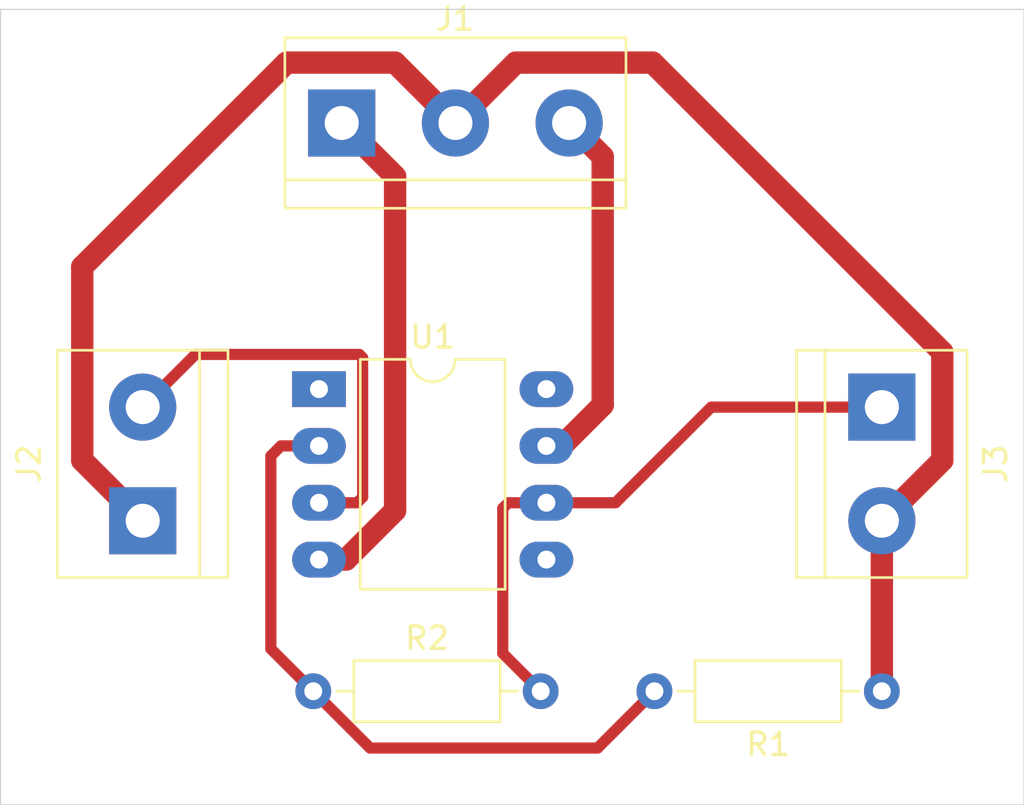
<source format=kicad_pcb>
(kicad_pcb (version 20171130) (host pcbnew "(5.1.6)-1")

  (general
    (thickness 1.6)
    (drawings 4)
    (tracks 39)
    (zones 0)
    (modules 6)
    (nets 10)
  )

  (page A4)
  (layers
    (0 F.Cu signal)
    (31 B.Cu signal)
    (32 B.Adhes user)
    (33 F.Adhes user)
    (34 B.Paste user)
    (35 F.Paste user)
    (36 B.SilkS user)
    (37 F.SilkS user)
    (38 B.Mask user)
    (39 F.Mask user)
    (40 Dwgs.User user)
    (41 Cmts.User user)
    (42 Eco1.User user)
    (43 Eco2.User user)
    (44 Edge.Cuts user)
    (45 Margin user)
    (46 B.CrtYd user)
    (47 F.CrtYd user)
    (48 B.Fab user)
    (49 F.Fab user)
  )

  (setup
    (last_trace_width 0.5)
    (user_trace_width 2)
    (trace_clearance 0.5)
    (zone_clearance 0.508)
    (zone_45_only no)
    (trace_min 0.2)
    (via_size 0.8)
    (via_drill 0.4)
    (via_min_size 0.4)
    (via_min_drill 0.3)
    (uvia_size 0.3)
    (uvia_drill 0.1)
    (uvias_allowed no)
    (uvia_min_size 0.2)
    (uvia_min_drill 0.1)
    (edge_width 0.05)
    (segment_width 0.2)
    (pcb_text_width 0.3)
    (pcb_text_size 1.5 1.5)
    (mod_edge_width 0.12)
    (mod_text_size 1 1)
    (mod_text_width 0.15)
    (pad_size 1.524 1.524)
    (pad_drill 0.762)
    (pad_to_mask_clearance 0.05)
    (aux_axis_origin 0 0)
    (visible_elements 7FFFFFFF)
    (pcbplotparams
      (layerselection 0x010f0_ffffffff)
      (usegerberextensions false)
      (usegerberattributes false)
      (usegerberadvancedattributes false)
      (creategerberjobfile false)
      (excludeedgelayer true)
      (linewidth 0.100000)
      (plotframeref false)
      (viasonmask false)
      (mode 1)
      (useauxorigin false)
      (hpglpennumber 1)
      (hpglpenspeed 20)
      (hpglpendiameter 15.000000)
      (psnegative false)
      (psa4output false)
      (plotreference true)
      (plotvalue false)
      (plotinvisibletext false)
      (padsonsilk true)
      (subtractmaskfromsilk false)
      (outputformat 1)
      (mirror false)
      (drillshape 0)
      (scaleselection 1)
      (outputdirectory "gerber2/"))
  )

  (net 0 "")
  (net 1 -5V)
  (net 2 GND)
  (net 3 +5V)
  (net 4 "Net-(J2-Pad2)")
  (net 5 "Net-(J3-Pad1)")
  (net 6 "Net-(R1-Pad2)")
  (net 7 "Net-(U1-Pad1)")
  (net 8 "Net-(U1-Pad5)")
  (net 9 "Net-(U1-Pad8)")

  (net_class Default "This is the default net class."
    (clearance 0.5)
    (trace_width 0.5)
    (via_dia 0.8)
    (via_drill 0.4)
    (uvia_dia 0.3)
    (uvia_drill 0.1)
    (add_net "Net-(J2-Pad2)")
    (add_net "Net-(J3-Pad1)")
    (add_net "Net-(R1-Pad2)")
    (add_net "Net-(U1-Pad1)")
    (add_net "Net-(U1-Pad5)")
    (add_net "Net-(U1-Pad8)")
  )

  (net_class Dt ""
    (clearance 0.7)
    (trace_width 1)
    (via_dia 0.8)
    (via_drill 0.4)
    (uvia_dia 0.3)
    (uvia_drill 0.1)
    (add_net +5V)
    (add_net -5V)
    (add_net GND)
  )

  (module TerminalBlock:TerminalBlock_bornier-3_P5.08mm (layer F.Cu) (tedit 59FF03B9) (tstamp 5F1C3CA9)
    (at 83.82 62.23)
    (descr "simple 3-pin terminal block, pitch 5.08mm, revamped version of bornier3")
    (tags "terminal block bornier3")
    (path /5F1BC39F)
    (fp_text reference J1 (at 5.05 -4.65) (layer F.SilkS)
      (effects (font (size 1 1) (thickness 0.15)))
    )
    (fp_text value Screw_Terminal_01x03 (at 5.08 5.08) (layer F.Fab)
      (effects (font (size 1 1) (thickness 0.15)))
    )
    (fp_line (start -2.47 2.55) (end 12.63 2.55) (layer F.Fab) (width 0.1))
    (fp_line (start -2.47 -3.75) (end 12.63 -3.75) (layer F.Fab) (width 0.1))
    (fp_line (start 12.63 -3.75) (end 12.63 3.75) (layer F.Fab) (width 0.1))
    (fp_line (start 12.63 3.75) (end -2.47 3.75) (layer F.Fab) (width 0.1))
    (fp_line (start -2.47 3.75) (end -2.47 -3.75) (layer F.Fab) (width 0.1))
    (fp_line (start -2.54 3.81) (end -2.54 -3.81) (layer F.SilkS) (width 0.12))
    (fp_line (start 12.7 3.81) (end 12.7 -3.81) (layer F.SilkS) (width 0.12))
    (fp_line (start -2.54 2.54) (end 12.7 2.54) (layer F.SilkS) (width 0.12))
    (fp_line (start -2.54 -3.81) (end 12.7 -3.81) (layer F.SilkS) (width 0.12))
    (fp_line (start -2.54 3.81) (end 12.7 3.81) (layer F.SilkS) (width 0.12))
    (fp_line (start -2.72 -4) (end 12.88 -4) (layer F.CrtYd) (width 0.05))
    (fp_line (start -2.72 -4) (end -2.72 4) (layer F.CrtYd) (width 0.05))
    (fp_line (start 12.88 4) (end 12.88 -4) (layer F.CrtYd) (width 0.05))
    (fp_line (start 12.88 4) (end -2.72 4) (layer F.CrtYd) (width 0.05))
    (fp_text user %R (at 5.08 0) (layer F.Fab)
      (effects (font (size 1 1) (thickness 0.15)))
    )
    (pad 1 thru_hole rect (at 0 0) (size 3 3) (drill 1.52) (layers *.Cu *.Mask)
      (net 1 -5V))
    (pad 2 thru_hole circle (at 5.08 0) (size 3 3) (drill 1.52) (layers *.Cu *.Mask)
      (net 2 GND))
    (pad 3 thru_hole circle (at 10.16 0) (size 3 3) (drill 1.52) (layers *.Cu *.Mask)
      (net 3 +5V))
    (model ${KISYS3DMOD}/TerminalBlock.3dshapes/TerminalBlock_bornier-3_P5.08mm.wrl
      (offset (xyz 5.079999923706055 0 0))
      (scale (xyz 1 1 1))
      (rotate (xyz 0 0 0))
    )
  )

  (module TerminalBlock:TerminalBlock_bornier-2_P5.08mm (layer F.Cu) (tedit 59FF03AB) (tstamp 5F1C3A28)
    (at 74.93 80.01 90)
    (descr "simple 2-pin terminal block, pitch 5.08mm, revamped version of bornier2")
    (tags "terminal block bornier2")
    (path /5F1BE393)
    (fp_text reference J2 (at 2.54 -5.08 90) (layer F.SilkS)
      (effects (font (size 1 1) (thickness 0.15)))
    )
    (fp_text value Screw_Terminal_01x02 (at 2.54 5.08 90) (layer F.Fab)
      (effects (font (size 1 1) (thickness 0.15)))
    )
    (fp_line (start 7.79 4) (end -2.71 4) (layer F.CrtYd) (width 0.05))
    (fp_line (start 7.79 4) (end 7.79 -4) (layer F.CrtYd) (width 0.05))
    (fp_line (start -2.71 -4) (end -2.71 4) (layer F.CrtYd) (width 0.05))
    (fp_line (start -2.71 -4) (end 7.79 -4) (layer F.CrtYd) (width 0.05))
    (fp_line (start -2.54 3.81) (end 7.62 3.81) (layer F.SilkS) (width 0.12))
    (fp_line (start -2.54 -3.81) (end -2.54 3.81) (layer F.SilkS) (width 0.12))
    (fp_line (start 7.62 -3.81) (end -2.54 -3.81) (layer F.SilkS) (width 0.12))
    (fp_line (start 7.62 3.81) (end 7.62 -3.81) (layer F.SilkS) (width 0.12))
    (fp_line (start 7.62 2.54) (end -2.54 2.54) (layer F.SilkS) (width 0.12))
    (fp_line (start 7.54 -3.75) (end -2.46 -3.75) (layer F.Fab) (width 0.1))
    (fp_line (start 7.54 3.75) (end 7.54 -3.75) (layer F.Fab) (width 0.1))
    (fp_line (start -2.46 3.75) (end 7.54 3.75) (layer F.Fab) (width 0.1))
    (fp_line (start -2.46 -3.75) (end -2.46 3.75) (layer F.Fab) (width 0.1))
    (fp_line (start -2.41 2.55) (end 7.49 2.55) (layer F.Fab) (width 0.1))
    (fp_text user %R (at 2.54 0 90) (layer F.Fab)
      (effects (font (size 1 1) (thickness 0.15)))
    )
    (pad 2 thru_hole circle (at 5.08 0 90) (size 3 3) (drill 1.52) (layers *.Cu *.Mask)
      (net 4 "Net-(J2-Pad2)"))
    (pad 1 thru_hole rect (at 0 0 90) (size 3 3) (drill 1.52) (layers *.Cu *.Mask)
      (net 2 GND))
    (model ${KISYS3DMOD}/TerminalBlock.3dshapes/TerminalBlock_bornier-2_P5.08mm.wrl
      (offset (xyz 2.539999961853027 0 0))
      (scale (xyz 1 1 1))
      (rotate (xyz 0 0 0))
    )
  )

  (module TerminalBlock:TerminalBlock_bornier-2_P5.08mm (layer F.Cu) (tedit 59FF03AB) (tstamp 5F1C3A3D)
    (at 107.95 74.93 270)
    (descr "simple 2-pin terminal block, pitch 5.08mm, revamped version of bornier2")
    (tags "terminal block bornier2")
    (path /5F1BBCEE)
    (fp_text reference J3 (at 2.54 -5.08 90) (layer F.SilkS)
      (effects (font (size 1 1) (thickness 0.15)))
    )
    (fp_text value Screw_Terminal_01x02 (at 2.54 5.08 90) (layer F.Fab)
      (effects (font (size 1 1) (thickness 0.15)))
    )
    (fp_line (start -2.41 2.55) (end 7.49 2.55) (layer F.Fab) (width 0.1))
    (fp_line (start -2.46 -3.75) (end -2.46 3.75) (layer F.Fab) (width 0.1))
    (fp_line (start -2.46 3.75) (end 7.54 3.75) (layer F.Fab) (width 0.1))
    (fp_line (start 7.54 3.75) (end 7.54 -3.75) (layer F.Fab) (width 0.1))
    (fp_line (start 7.54 -3.75) (end -2.46 -3.75) (layer F.Fab) (width 0.1))
    (fp_line (start 7.62 2.54) (end -2.54 2.54) (layer F.SilkS) (width 0.12))
    (fp_line (start 7.62 3.81) (end 7.62 -3.81) (layer F.SilkS) (width 0.12))
    (fp_line (start 7.62 -3.81) (end -2.54 -3.81) (layer F.SilkS) (width 0.12))
    (fp_line (start -2.54 -3.81) (end -2.54 3.81) (layer F.SilkS) (width 0.12))
    (fp_line (start -2.54 3.81) (end 7.62 3.81) (layer F.SilkS) (width 0.12))
    (fp_line (start -2.71 -4) (end 7.79 -4) (layer F.CrtYd) (width 0.05))
    (fp_line (start -2.71 -4) (end -2.71 4) (layer F.CrtYd) (width 0.05))
    (fp_line (start 7.79 4) (end 7.79 -4) (layer F.CrtYd) (width 0.05))
    (fp_line (start 7.79 4) (end -2.71 4) (layer F.CrtYd) (width 0.05))
    (fp_text user %R (at 2.54 0 90) (layer F.Fab)
      (effects (font (size 1 1) (thickness 0.15)))
    )
    (pad 1 thru_hole rect (at 0 0 270) (size 3 3) (drill 1.52) (layers *.Cu *.Mask)
      (net 5 "Net-(J3-Pad1)"))
    (pad 2 thru_hole circle (at 5.08 0 270) (size 3 3) (drill 1.52) (layers *.Cu *.Mask)
      (net 2 GND))
    (model ${KISYS3DMOD}/TerminalBlock.3dshapes/TerminalBlock_bornier-2_P5.08mm.wrl
      (offset (xyz 2.539999961853027 0 0))
      (scale (xyz 1 1 1))
      (rotate (xyz 0 0 0))
    )
  )

  (module Resistor_THT:R_Axial_DIN0207_L6.3mm_D2.5mm_P10.16mm_Horizontal (layer F.Cu) (tedit 5AE5139B) (tstamp 5F1C422B)
    (at 107.95 87.63 180)
    (descr "Resistor, Axial_DIN0207 series, Axial, Horizontal, pin pitch=10.16mm, 0.25W = 1/4W, length*diameter=6.3*2.5mm^2, http://cdn-reichelt.de/documents/datenblatt/B400/1_4W%23YAG.pdf")
    (tags "Resistor Axial_DIN0207 series Axial Horizontal pin pitch 10.16mm 0.25W = 1/4W length 6.3mm diameter 2.5mm")
    (path /5F1C1167)
    (fp_text reference R1 (at 5.08 -2.37) (layer F.SilkS)
      (effects (font (size 1 1) (thickness 0.15)))
    )
    (fp_text value R (at 5.08 2.37) (layer F.Fab)
      (effects (font (size 1 1) (thickness 0.15)))
    )
    (fp_line (start 11.21 -1.5) (end -1.05 -1.5) (layer F.CrtYd) (width 0.05))
    (fp_line (start 11.21 1.5) (end 11.21 -1.5) (layer F.CrtYd) (width 0.05))
    (fp_line (start -1.05 1.5) (end 11.21 1.5) (layer F.CrtYd) (width 0.05))
    (fp_line (start -1.05 -1.5) (end -1.05 1.5) (layer F.CrtYd) (width 0.05))
    (fp_line (start 9.12 0) (end 8.35 0) (layer F.SilkS) (width 0.12))
    (fp_line (start 1.04 0) (end 1.81 0) (layer F.SilkS) (width 0.12))
    (fp_line (start 8.35 -1.37) (end 1.81 -1.37) (layer F.SilkS) (width 0.12))
    (fp_line (start 8.35 1.37) (end 8.35 -1.37) (layer F.SilkS) (width 0.12))
    (fp_line (start 1.81 1.37) (end 8.35 1.37) (layer F.SilkS) (width 0.12))
    (fp_line (start 1.81 -1.37) (end 1.81 1.37) (layer F.SilkS) (width 0.12))
    (fp_line (start 10.16 0) (end 8.23 0) (layer F.Fab) (width 0.1))
    (fp_line (start 0 0) (end 1.93 0) (layer F.Fab) (width 0.1))
    (fp_line (start 8.23 -1.25) (end 1.93 -1.25) (layer F.Fab) (width 0.1))
    (fp_line (start 8.23 1.25) (end 8.23 -1.25) (layer F.Fab) (width 0.1))
    (fp_line (start 1.93 1.25) (end 8.23 1.25) (layer F.Fab) (width 0.1))
    (fp_line (start 1.93 -1.25) (end 1.93 1.25) (layer F.Fab) (width 0.1))
    (fp_text user %R (at 5.08 0) (layer F.Fab)
      (effects (font (size 1 1) (thickness 0.15)))
    )
    (pad 2 thru_hole oval (at 10.16 0 180) (size 1.6 1.6) (drill 0.8) (layers *.Cu *.Mask)
      (net 6 "Net-(R1-Pad2)"))
    (pad 1 thru_hole circle (at 0 0 180) (size 1.6 1.6) (drill 0.8) (layers *.Cu *.Mask)
      (net 2 GND))
    (model ${KISYS3DMOD}/Resistor_THT.3dshapes/R_Axial_DIN0207_L6.3mm_D2.5mm_P10.16mm_Horizontal.wrl
      (at (xyz 0 0 0))
      (scale (xyz 1 1 1))
      (rotate (xyz 0 0 0))
    )
  )

  (module Resistor_THT:R_Axial_DIN0207_L6.3mm_D2.5mm_P10.16mm_Horizontal (layer F.Cu) (tedit 5AE5139B) (tstamp 5F1C43BB)
    (at 82.55 87.63)
    (descr "Resistor, Axial_DIN0207 series, Axial, Horizontal, pin pitch=10.16mm, 0.25W = 1/4W, length*diameter=6.3*2.5mm^2, http://cdn-reichelt.de/documents/datenblatt/B400/1_4W%23YAG.pdf")
    (tags "Resistor Axial_DIN0207 series Axial Horizontal pin pitch 10.16mm 0.25W = 1/4W length 6.3mm diameter 2.5mm")
    (path /5F1C0828)
    (fp_text reference R2 (at 5.08 -2.37) (layer F.SilkS)
      (effects (font (size 1 1) (thickness 0.15)))
    )
    (fp_text value R (at 5.08 2.37) (layer F.Fab)
      (effects (font (size 1 1) (thickness 0.15)))
    )
    (fp_line (start 1.93 -1.25) (end 1.93 1.25) (layer F.Fab) (width 0.1))
    (fp_line (start 1.93 1.25) (end 8.23 1.25) (layer F.Fab) (width 0.1))
    (fp_line (start 8.23 1.25) (end 8.23 -1.25) (layer F.Fab) (width 0.1))
    (fp_line (start 8.23 -1.25) (end 1.93 -1.25) (layer F.Fab) (width 0.1))
    (fp_line (start 0 0) (end 1.93 0) (layer F.Fab) (width 0.1))
    (fp_line (start 10.16 0) (end 8.23 0) (layer F.Fab) (width 0.1))
    (fp_line (start 1.81 -1.37) (end 1.81 1.37) (layer F.SilkS) (width 0.12))
    (fp_line (start 1.81 1.37) (end 8.35 1.37) (layer F.SilkS) (width 0.12))
    (fp_line (start 8.35 1.37) (end 8.35 -1.37) (layer F.SilkS) (width 0.12))
    (fp_line (start 8.35 -1.37) (end 1.81 -1.37) (layer F.SilkS) (width 0.12))
    (fp_line (start 1.04 0) (end 1.81 0) (layer F.SilkS) (width 0.12))
    (fp_line (start 9.12 0) (end 8.35 0) (layer F.SilkS) (width 0.12))
    (fp_line (start -1.05 -1.5) (end -1.05 1.5) (layer F.CrtYd) (width 0.05))
    (fp_line (start -1.05 1.5) (end 11.21 1.5) (layer F.CrtYd) (width 0.05))
    (fp_line (start 11.21 1.5) (end 11.21 -1.5) (layer F.CrtYd) (width 0.05))
    (fp_line (start 11.21 -1.5) (end -1.05 -1.5) (layer F.CrtYd) (width 0.05))
    (fp_text user %R (at 5.08 0) (layer F.Fab)
      (effects (font (size 1 1) (thickness 0.15)))
    )
    (pad 1 thru_hole circle (at 0 0) (size 1.6 1.6) (drill 0.8) (layers *.Cu *.Mask)
      (net 6 "Net-(R1-Pad2)"))
    (pad 2 thru_hole oval (at 10.16 0) (size 1.6 1.6) (drill 0.8) (layers *.Cu *.Mask)
      (net 5 "Net-(J3-Pad1)"))
    (model ${KISYS3DMOD}/Resistor_THT.3dshapes/R_Axial_DIN0207_L6.3mm_D2.5mm_P10.16mm_Horizontal.wrl
      (at (xyz 0 0 0))
      (scale (xyz 1 1 1))
      (rotate (xyz 0 0 0))
    )
  )

  (module Package_DIP:DIP-8_W10.16mm_LongPads (layer F.Cu) (tedit 5A02E8C5) (tstamp 5F1C3A87)
    (at 82.805001 74.125001)
    (descr "8-lead though-hole mounted DIP package, row spacing 10.16 mm (400 mils), LongPads")
    (tags "THT DIP DIL PDIP 2.54mm 10.16mm 400mil LongPads")
    (path /5F1BB1AF)
    (fp_text reference U1 (at 5.08 -2.33) (layer F.SilkS)
      (effects (font (size 1 1) (thickness 0.15)))
    )
    (fp_text value OP07 (at 5.08 9.95) (layer F.Fab)
      (effects (font (size 1 1) (thickness 0.15)))
    )
    (fp_line (start 2.905 -1.27) (end 8.255 -1.27) (layer F.Fab) (width 0.1))
    (fp_line (start 8.255 -1.27) (end 8.255 8.89) (layer F.Fab) (width 0.1))
    (fp_line (start 8.255 8.89) (end 1.905 8.89) (layer F.Fab) (width 0.1))
    (fp_line (start 1.905 8.89) (end 1.905 -0.27) (layer F.Fab) (width 0.1))
    (fp_line (start 1.905 -0.27) (end 2.905 -1.27) (layer F.Fab) (width 0.1))
    (fp_line (start 4.08 -1.33) (end 1.845 -1.33) (layer F.SilkS) (width 0.12))
    (fp_line (start 1.845 -1.33) (end 1.845 8.95) (layer F.SilkS) (width 0.12))
    (fp_line (start 1.845 8.95) (end 8.315 8.95) (layer F.SilkS) (width 0.12))
    (fp_line (start 8.315 8.95) (end 8.315 -1.33) (layer F.SilkS) (width 0.12))
    (fp_line (start 8.315 -1.33) (end 6.08 -1.33) (layer F.SilkS) (width 0.12))
    (fp_line (start -1.5 -1.55) (end -1.5 9.15) (layer F.CrtYd) (width 0.05))
    (fp_line (start -1.5 9.15) (end 11.65 9.15) (layer F.CrtYd) (width 0.05))
    (fp_line (start 11.65 9.15) (end 11.65 -1.55) (layer F.CrtYd) (width 0.05))
    (fp_line (start 11.65 -1.55) (end -1.5 -1.55) (layer F.CrtYd) (width 0.05))
    (fp_arc (start 5.08 -1.33) (end 4.08 -1.33) (angle -180) (layer F.SilkS) (width 0.12))
    (fp_text user %R (at 5.08 3.81) (layer F.Fab)
      (effects (font (size 1 1) (thickness 0.15)))
    )
    (pad 1 thru_hole rect (at 0 0) (size 2.4 1.6) (drill 0.8) (layers *.Cu *.Mask)
      (net 7 "Net-(U1-Pad1)"))
    (pad 5 thru_hole oval (at 10.16 7.62) (size 2.4 1.6) (drill 0.8) (layers *.Cu *.Mask)
      (net 8 "Net-(U1-Pad5)"))
    (pad 2 thru_hole oval (at 0 2.54) (size 2.4 1.6) (drill 0.8) (layers *.Cu *.Mask)
      (net 6 "Net-(R1-Pad2)"))
    (pad 6 thru_hole oval (at 10.16 5.08) (size 2.4 1.6) (drill 0.8) (layers *.Cu *.Mask)
      (net 5 "Net-(J3-Pad1)"))
    (pad 3 thru_hole oval (at 0 5.08) (size 2.4 1.6) (drill 0.8) (layers *.Cu *.Mask)
      (net 4 "Net-(J2-Pad2)"))
    (pad 7 thru_hole oval (at 10.16 2.54) (size 2.4 1.6) (drill 0.8) (layers *.Cu *.Mask)
      (net 3 +5V))
    (pad 4 thru_hole oval (at 0 7.62) (size 2.4 1.6) (drill 0.8) (layers *.Cu *.Mask)
      (net 1 -5V))
    (pad 8 thru_hole oval (at 10.16 0) (size 2.4 1.6) (drill 0.8) (layers *.Cu *.Mask)
      (net 9 "Net-(U1-Pad8)"))
    (model ${KISYS3DMOD}/Package_DIP.3dshapes/DIP-8_W10.16mm.wrl
      (at (xyz 0 0 0))
      (scale (xyz 1 1 1))
      (rotate (xyz 0 0 0))
    )
  )

  (gr_line (start 114.3 57.15) (end 114.3 92.71) (layer Edge.Cuts) (width 0.05) (tstamp 5F1C465F))
  (gr_line (start 68.58 57.15) (end 114.3 57.15) (layer Edge.Cuts) (width 0.05))
  (gr_line (start 68.58 92.71) (end 68.58 57.15) (layer Edge.Cuts) (width 0.05))
  (gr_line (start 114.3 92.71) (end 68.58 92.71) (layer Edge.Cuts) (width 0.05))

  (segment (start 84.015624 81.745001) (end 82.805001 81.745001) (width 1) (layer F.Cu) (net 1))
  (segment (start 86.205021 79.555604) (end 84.015624 81.745001) (width 1) (layer F.Cu) (net 1))
  (segment (start 86.205021 64.615021) (end 86.205021 79.555604) (width 1) (layer F.Cu) (net 1))
  (segment (start 83.82 62.23) (end 86.205021 64.615021) (width 1) (layer F.Cu) (net 1))
  (segment (start 110.650001 77.309999) (end 107.95 80.01) (width 1) (layer F.Cu) (net 2))
  (segment (start 110.650001 72.469999) (end 110.650001 77.309999) (width 1) (layer F.Cu) (net 2))
  (segment (start 97.710001 59.529999) (end 110.650001 72.469999) (width 1) (layer F.Cu) (net 2))
  (segment (start 91.600001 59.529999) (end 97.710001 59.529999) (width 1) (layer F.Cu) (net 2))
  (segment (start 88.9 62.23) (end 91.600001 59.529999) (width 1) (layer F.Cu) (net 2))
  (segment (start 107.95 80.01) (end 107.95 87.63) (width 1) (layer F.Cu) (net 2))
  (segment (start 72.229999 77.309999) (end 74.93 80.01) (width 1) (layer F.Cu) (net 2))
  (segment (start 72.229999 68.659999) (end 72.229999 77.309999) (width 1) (layer F.Cu) (net 2))
  (segment (start 81.359999 59.529999) (end 72.229999 68.659999) (width 1) (layer F.Cu) (net 2))
  (segment (start 86.199999 59.529999) (end 81.359999 59.529999) (width 1) (layer F.Cu) (net 2))
  (segment (start 88.9 62.23) (end 86.199999 59.529999) (width 1) (layer F.Cu) (net 2))
  (segment (start 93.653442 76.665001) (end 92.965001 76.665001) (width 1) (layer F.Cu) (net 3))
  (segment (start 95.479999 63.729999) (end 95.479999 74.838444) (width 1) (layer F.Cu) (net 3))
  (segment (start 95.479999 74.838444) (end 93.653442 76.665001) (width 1) (layer F.Cu) (net 3))
  (segment (start 93.98 62.23) (end 95.479999 63.729999) (width 1) (layer F.Cu) (net 3))
  (segment (start 84.505001 79.205001) (end 82.805001 79.205001) (width 0.5) (layer F.Cu) (net 4))
  (segment (start 84.755011 78.954991) (end 84.505001 79.205001) (width 0.5) (layer F.Cu) (net 4))
  (segment (start 84.755011 72.725009) (end 84.755011 78.954991) (width 0.5) (layer F.Cu) (net 4))
  (segment (start 84.605002 72.575) (end 84.755011 72.725009) (width 0.5) (layer F.Cu) (net 4))
  (segment (start 77.285 72.575) (end 84.605002 72.575) (width 0.5) (layer F.Cu) (net 4))
  (segment (start 74.93 74.93) (end 77.285 72.575) (width 0.5) (layer F.Cu) (net 4))
  (segment (start 92.965001 79.205001) (end 96.054999 79.205001) (width 0.5) (layer F.Cu) (net 5))
  (segment (start 100.33 74.93) (end 107.95 74.93) (width 0.5) (layer F.Cu) (net 5))
  (segment (start 96.054999 79.205001) (end 100.33 74.93) (width 0.5) (layer F.Cu) (net 5))
  (segment (start 91.265001 79.205001) (end 92.965001 79.205001) (width 0.5) (layer F.Cu) (net 5))
  (segment (start 91.014991 79.455011) (end 91.265001 79.205001) (width 0.5) (layer F.Cu) (net 5))
  (segment (start 91.014991 85.934991) (end 91.014991 79.455011) (width 0.5) (layer F.Cu) (net 5))
  (segment (start 92.71 87.63) (end 91.014991 85.934991) (width 0.5) (layer F.Cu) (net 5))
  (segment (start 97.79 87.63) (end 95.25 90.17) (width 0.5) (layer F.Cu) (net 6))
  (segment (start 85.09 90.17) (end 82.55 87.63) (width 0.5) (layer F.Cu) (net 6))
  (segment (start 95.25 90.17) (end 85.09 90.17) (width 0.5) (layer F.Cu) (net 6))
  (segment (start 81.105001 76.665001) (end 82.805001 76.665001) (width 0.5) (layer F.Cu) (net 6))
  (segment (start 80.654991 85.734991) (end 80.654991 77.115011) (width 0.5) (layer F.Cu) (net 6))
  (segment (start 80.654991 77.115011) (end 81.105001 76.665001) (width 0.5) (layer F.Cu) (net 6))
  (segment (start 82.55 87.63) (end 80.654991 85.734991) (width 0.5) (layer F.Cu) (net 6))

)

</source>
